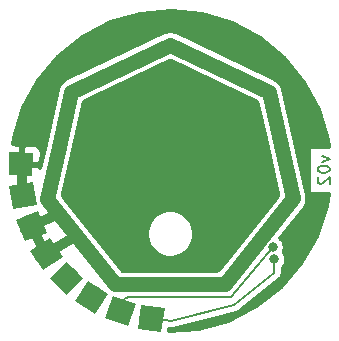
<source format=gbr>
G04 #@! TF.GenerationSoftware,KiCad,Pcbnew,no-vcs-found-5013ea2~58~ubuntu16.04.1*
G04 #@! TF.CreationDate,2017-05-17T13:22:10-06:00*
G04 #@! TF.ProjectId,HiBeam_8-pack_v02,48694265616D5F382D7061636B5F7630,rev?*
G04 #@! TF.FileFunction,Copper,L2,Bot,Signal*
G04 #@! TF.FilePolarity,Positive*
%FSLAX46Y46*%
G04 Gerber Fmt 4.6, Leading zero omitted, Abs format (unit mm)*
G04 Created by KiCad (PCBNEW no-vcs-found-5013ea2~58~ubuntu16.04.1) date Wed May 17 13:22:10 2017*
%MOMM*%
%LPD*%
G01*
G04 APERTURE LIST*
%ADD10C,0.100000*%
%ADD11C,0.203200*%
%ADD12C,2.000000*%
%ADD13C,0.800000*%
%ADD14C,0.812800*%
%ADD15C,0.609600*%
%ADD16C,1.270000*%
%ADD17C,0.254000*%
G04 APERTURE END LIST*
D10*
D11*
X159522885Y-96555076D02*
X160200219Y-96796980D01*
X159522885Y-97038885D01*
X159184219Y-97619457D02*
X159184219Y-97716219D01*
X159232600Y-97812980D01*
X159280980Y-97861361D01*
X159377742Y-97909742D01*
X159571266Y-97958123D01*
X159813171Y-97958123D01*
X160006695Y-97909742D01*
X160103457Y-97861361D01*
X160151838Y-97812980D01*
X160200219Y-97716219D01*
X160200219Y-97619457D01*
X160151838Y-97522695D01*
X160103457Y-97474314D01*
X160006695Y-97425933D01*
X159813171Y-97377552D01*
X159571266Y-97377552D01*
X159377742Y-97425933D01*
X159280980Y-97474314D01*
X159232600Y-97522695D01*
X159184219Y-97619457D01*
X159280980Y-98345171D02*
X159232600Y-98393552D01*
X159184219Y-98490314D01*
X159184219Y-98732219D01*
X159232600Y-98828980D01*
X159280980Y-98877361D01*
X159377742Y-98925742D01*
X159474504Y-98925742D01*
X159619647Y-98877361D01*
X160200219Y-98296790D01*
X160200219Y-98925742D01*
D12*
X142494000Y-109702600D03*
D10*
G36*
X141212287Y-110300272D02*
X141896328Y-108420887D01*
X143775713Y-109104928D01*
X143091672Y-110984313D01*
X141212287Y-110300272D01*
X141212287Y-110300272D01*
G37*
D12*
X145110200Y-110312200D03*
D10*
G36*
X143980759Y-111163295D02*
X144259105Y-109182759D01*
X146239641Y-109461105D01*
X145961295Y-111441641D01*
X143980759Y-111163295D01*
X143980759Y-111163295D01*
G37*
D12*
X136220200Y-104851200D03*
D10*
G36*
X134831970Y-104581355D02*
X136490045Y-103462970D01*
X137608430Y-105121045D01*
X135950355Y-106239430D01*
X134831970Y-104581355D01*
X134831970Y-104581355D01*
G37*
D12*
X134239000Y-99898200D03*
D10*
G36*
X133080544Y-99087040D02*
X135050160Y-98739744D01*
X135397456Y-100709360D01*
X133427840Y-101056656D01*
X133080544Y-99087040D01*
X133080544Y-99087040D01*
G37*
D12*
X137947400Y-106908600D03*
D10*
G36*
X136533402Y-106933281D02*
X137922719Y-105494602D01*
X139361398Y-106883919D01*
X137972081Y-108322598D01*
X136533402Y-106933281D01*
X136533402Y-106933281D01*
G37*
D12*
X140055600Y-108534200D03*
D10*
G36*
X138677633Y-108852329D02*
X139737471Y-107156233D01*
X141433567Y-108216071D01*
X140373729Y-109912167D01*
X138677633Y-108852329D01*
X138677633Y-108852329D01*
G37*
D12*
X134950200Y-102489000D03*
D10*
G36*
X133648410Y-101936423D02*
X135502777Y-101187210D01*
X136251990Y-103041577D01*
X134397623Y-103790790D01*
X133648410Y-101936423D01*
X133648410Y-101936423D01*
G37*
D12*
X134061200Y-97231200D03*
D10*
G36*
X133096709Y-96196910D02*
X135095490Y-96266709D01*
X135025691Y-98265490D01*
X133026910Y-98195691D01*
X133096709Y-96196910D01*
X133096709Y-96196910D01*
G37*
D13*
X137236200Y-95783400D03*
X142062200Y-107365800D03*
X151282400Y-107340400D03*
X157022800Y-100152200D03*
X155016200Y-91135200D03*
X146685000Y-87172800D03*
X138353800Y-91135200D03*
X134264400Y-100101400D03*
X150825200Y-96062800D03*
X138074400Y-99669600D03*
X143408400Y-105841800D03*
X150952200Y-105257600D03*
X155270200Y-99034600D03*
X153085800Y-91922600D03*
X146151600Y-89103200D03*
X139598400Y-92710000D03*
X155422600Y-104267000D03*
X155524200Y-105308400D03*
X137769600Y-106578400D03*
X140639800Y-108559600D03*
D14*
X134950200Y-102489000D02*
X137313737Y-101481021D01*
X136220200Y-104851200D02*
X134950200Y-102489000D01*
X136220200Y-104851200D02*
X138762059Y-103291423D01*
X138762059Y-103291423D02*
X138633200Y-103327200D01*
X138633200Y-103327200D02*
X138633200Y-103130350D01*
D15*
X137236200Y-95783400D02*
X137266446Y-95790263D01*
X137266446Y-95790263D02*
X137266446Y-95790264D01*
D16*
X146685000Y-87122000D02*
X146704745Y-87131422D01*
X146704745Y-87131422D02*
X155030784Y-91104639D01*
X155030784Y-91104639D02*
X155041600Y-91109800D01*
X155041600Y-91109800D02*
X157099000Y-100152200D01*
X157099000Y-100152200D02*
X151338238Y-107384875D01*
X151338238Y-107384875D02*
X151333200Y-107391200D01*
X151333200Y-107391200D02*
X142062339Y-107416600D01*
X142062339Y-107416600D02*
X142062200Y-107416600D01*
X142062200Y-107416600D02*
X138633200Y-103130350D01*
X138633200Y-103130350D02*
X137313737Y-101481021D01*
X137313737Y-101481021D02*
X136288346Y-100199282D01*
X136288346Y-100199282D02*
X136271000Y-100177600D01*
X136271000Y-100177600D02*
X137266446Y-95790264D01*
X137266446Y-95790264D02*
X138324163Y-91128474D01*
X138324163Y-91128474D02*
X138328400Y-91109800D01*
X138328400Y-91109800D02*
X146685000Y-87122000D01*
D15*
X142062200Y-107365800D02*
X142062339Y-107416600D01*
X151282400Y-107340400D02*
X151338238Y-107384875D01*
X157022800Y-100152200D02*
X157095249Y-100135716D01*
X157095249Y-100135716D02*
X157099000Y-100152200D01*
X155016200Y-91135200D02*
X155030784Y-91104639D01*
X146685000Y-87172800D02*
X146704745Y-87131423D01*
X146704745Y-87131423D02*
X146704745Y-87131422D01*
X138353800Y-91135200D02*
X138324163Y-91128476D01*
X138324163Y-91128476D02*
X138324163Y-91128474D01*
D14*
X134264400Y-100101400D02*
X134061200Y-97231200D01*
D15*
X150825200Y-96062800D02*
X154295146Y-95117144D01*
X154295146Y-95117144D02*
X154381200Y-95097600D01*
X154381200Y-95097600D02*
X154381200Y-95496039D01*
D16*
X138074400Y-99669600D02*
X138294062Y-100083165D01*
D15*
X143408400Y-105841800D02*
X143408400Y-105765600D01*
X150952200Y-105257600D02*
X150937260Y-105245622D01*
X155270200Y-99034600D02*
X155189059Y-99053029D01*
X155189059Y-99053029D02*
X155189059Y-99053030D01*
X153085800Y-91922600D02*
X153061950Y-91972107D01*
X146151600Y-89103200D02*
X146685000Y-88900000D01*
X139598400Y-92710000D02*
X139620425Y-92715002D01*
X139620425Y-92715002D02*
X139620425Y-92715003D01*
D16*
X146685000Y-88900000D02*
X153061950Y-91972107D01*
X153061950Y-91972107D02*
X153644600Y-92252800D01*
X153644600Y-92252800D02*
X154381200Y-95496039D01*
X154381200Y-95496039D02*
X155189059Y-99053030D01*
X155189059Y-99053030D02*
X155346400Y-99745800D01*
X155346400Y-99745800D02*
X150937260Y-105245622D01*
X150937260Y-105245622D02*
X150520400Y-105765600D01*
X150520400Y-105765600D02*
X143408400Y-105765600D01*
X143408400Y-105765600D02*
X142849600Y-105765600D01*
X142849600Y-105765600D02*
X138294062Y-100083165D01*
X138294062Y-100083165D02*
X138035996Y-99761262D01*
X138035996Y-99761262D02*
X138023600Y-99745800D01*
X138023600Y-99745800D02*
X139620425Y-92715003D01*
X139620425Y-92715003D02*
X139725400Y-92252800D01*
X139725400Y-92252800D02*
X146685000Y-88900000D01*
D11*
X142494000Y-109702600D02*
X142900400Y-108610400D01*
X142900400Y-108610400D02*
X143281400Y-108458000D01*
X143281400Y-108458000D02*
X151815800Y-108458000D01*
X151815800Y-108458000D02*
X155422600Y-104267000D01*
X155524200Y-105308400D02*
X155524200Y-106451400D01*
X155524200Y-106451400D02*
X152139999Y-109170707D01*
X146786600Y-110515400D02*
X152139999Y-109170707D01*
X152139999Y-109170707D02*
X152146000Y-109169200D01*
X145110200Y-110312200D02*
X146786600Y-110515400D01*
X137769600Y-106578400D02*
X137947400Y-106908600D01*
X140639800Y-108559600D02*
X140055600Y-108534200D01*
D17*
G36*
X149424482Y-84444285D02*
X151964505Y-85230554D01*
X154303433Y-86495208D01*
X156352178Y-88190077D01*
X158032703Y-90250604D01*
X159280998Y-92598304D01*
X160049514Y-95143755D01*
X160113892Y-95800333D01*
X158450280Y-95800333D01*
X158450280Y-99728866D01*
X160106789Y-99728866D01*
X159970416Y-100808373D01*
X159131126Y-103331372D01*
X157817767Y-105643303D01*
X156080364Y-107656104D01*
X153985094Y-109293108D01*
X151611766Y-110491962D01*
X149050779Y-111207002D01*
X146481965Y-111404662D01*
X146525097Y-111097764D01*
X146713246Y-111120570D01*
X146761112Y-111121666D01*
X146808939Y-111124591D01*
X146820515Y-111123026D01*
X146832187Y-111123293D01*
X146879360Y-111115070D01*
X146926840Y-111108650D01*
X146935109Y-111106634D01*
X152288508Y-109761941D01*
X152288511Y-109761940D01*
X152294475Y-109760442D01*
X152299465Y-109758656D01*
X152303758Y-109757900D01*
X152330196Y-109747654D01*
X152406487Y-109720343D01*
X152508577Y-109659251D01*
X152535519Y-109634909D01*
X155906036Y-106926598D01*
X155927403Y-106905687D01*
X155950715Y-106886943D01*
X155969825Y-106864168D01*
X155991064Y-106843382D01*
X156007965Y-106818714D01*
X156027189Y-106795804D01*
X156041509Y-106769756D01*
X156058309Y-106745236D01*
X156070098Y-106717754D01*
X156084505Y-106691547D01*
X156093493Y-106663213D01*
X156105210Y-106635898D01*
X156111436Y-106606650D01*
X156120479Y-106578143D01*
X156123792Y-106548604D01*
X156129981Y-106519532D01*
X156130407Y-106489631D01*
X156133741Y-106459911D01*
X156133800Y-106451400D01*
X156133800Y-105981784D01*
X156214877Y-105904576D01*
X156317521Y-105759069D01*
X156389948Y-105596396D01*
X156429399Y-105422753D01*
X156432239Y-105219366D01*
X156397652Y-105044689D01*
X156329795Y-104880057D01*
X156231254Y-104731741D01*
X156216342Y-104716724D01*
X156288348Y-104554996D01*
X156327799Y-104381353D01*
X156330639Y-104177966D01*
X156296052Y-104003289D01*
X156228195Y-103838657D01*
X156129654Y-103690341D01*
X156004181Y-103563989D01*
X155899195Y-103493175D01*
X157993061Y-100864312D01*
X158024294Y-100816102D01*
X158059964Y-100771068D01*
X158084794Y-100722716D01*
X158114351Y-100677093D01*
X158135627Y-100623729D01*
X158161868Y-100572629D01*
X158176836Y-100520369D01*
X158196965Y-100469880D01*
X158207469Y-100413409D01*
X158223288Y-100358177D01*
X158227820Y-100304007D01*
X158237760Y-100250567D01*
X158237095Y-100193126D01*
X158241884Y-100135879D01*
X158235807Y-100081857D01*
X158235178Y-100027507D01*
X158223370Y-99971295D01*
X158216948Y-99914203D01*
X158213515Y-99898617D01*
X156156115Y-90856216D01*
X156136966Y-90798712D01*
X156123032Y-90739728D01*
X156101810Y-90693143D01*
X156085635Y-90644569D01*
X156055679Y-90591875D01*
X156030555Y-90536724D01*
X156000689Y-90495148D01*
X155975388Y-90450642D01*
X155935774Y-90404778D01*
X155900411Y-90355549D01*
X155863031Y-90320559D01*
X155829572Y-90281821D01*
X155781806Y-90244527D01*
X155737553Y-90203103D01*
X155694088Y-90176039D01*
X155653743Y-90144539D01*
X155599645Y-90117234D01*
X155548187Y-90085193D01*
X155533832Y-90078220D01*
X155523016Y-90073059D01*
X147197011Y-86099859D01*
X147196995Y-86099851D01*
X147177249Y-86090429D01*
X147126367Y-86072000D01*
X147077603Y-86048543D01*
X147021754Y-86034111D01*
X146967508Y-86014463D01*
X146914014Y-86006268D01*
X146861623Y-85992729D01*
X146804030Y-85989419D01*
X146747006Y-85980683D01*
X146692943Y-85983034D01*
X146638917Y-85979929D01*
X146581780Y-85987868D01*
X146524142Y-85990375D01*
X146471561Y-86003184D01*
X146417965Y-86010631D01*
X146363454Y-86029519D01*
X146307405Y-86043172D01*
X146258321Y-86065946D01*
X146207185Y-86083664D01*
X146192734Y-86090437D01*
X137836134Y-90078236D01*
X137783961Y-90109722D01*
X137729205Y-90136448D01*
X137688699Y-90167212D01*
X137645144Y-90193497D01*
X137600085Y-90234514D01*
X137551558Y-90271369D01*
X137517792Y-90309423D01*
X137480180Y-90343660D01*
X137443949Y-90392642D01*
X137403501Y-90438226D01*
X137377772Y-90482109D01*
X137347522Y-90523005D01*
X137321492Y-90578098D01*
X137290673Y-90630663D01*
X137273956Y-90678711D01*
X137252228Y-90724700D01*
X137237398Y-90783789D01*
X137217371Y-90841350D01*
X137213732Y-90856889D01*
X137209511Y-90875492D01*
X137209494Y-90875566D01*
X136151777Y-95537356D01*
X135684415Y-97597212D01*
X135685231Y-97573837D01*
X135532118Y-97409643D01*
X134183690Y-97362555D01*
X134148727Y-98363763D01*
X134107722Y-98422324D01*
X134140242Y-98606753D01*
X134136602Y-98710983D01*
X134163755Y-98740101D01*
X134342017Y-99751076D01*
X134361713Y-99747603D01*
X134405820Y-99997744D01*
X134386124Y-100001217D01*
X134389597Y-100020913D01*
X134139456Y-100065020D01*
X134135983Y-100045324D01*
X134116287Y-100048797D01*
X134072180Y-99798656D01*
X134091876Y-99795183D01*
X133885465Y-98624569D01*
X133929845Y-97353690D01*
X133909857Y-97352992D01*
X133918388Y-97108710D01*
X134192555Y-97108710D01*
X135540983Y-97155798D01*
X135705177Y-97002685D01*
X135732286Y-96226366D01*
X135712180Y-96102908D01*
X135668375Y-95985746D01*
X135602554Y-95879380D01*
X135517246Y-95787899D01*
X135415731Y-95714819D01*
X135301910Y-95662948D01*
X135180155Y-95634278D01*
X135055148Y-95629913D01*
X134403837Y-95607169D01*
X134239643Y-95760282D01*
X134192555Y-97108710D01*
X133918388Y-97108710D01*
X133918722Y-97099147D01*
X133938710Y-97099845D01*
X133985798Y-95751417D01*
X133832685Y-95587223D01*
X133290216Y-95568280D01*
X133358736Y-94957415D01*
X134162718Y-92422943D01*
X135443669Y-90092900D01*
X137152800Y-88056038D01*
X139225009Y-86389939D01*
X141581367Y-85158065D01*
X144132121Y-84407337D01*
X146780113Y-84166351D01*
X149424482Y-84444285D01*
X149424482Y-84444285D01*
G37*
X149424482Y-84444285D02*
X151964505Y-85230554D01*
X154303433Y-86495208D01*
X156352178Y-88190077D01*
X158032703Y-90250604D01*
X159280998Y-92598304D01*
X160049514Y-95143755D01*
X160113892Y-95800333D01*
X158450280Y-95800333D01*
X158450280Y-99728866D01*
X160106789Y-99728866D01*
X159970416Y-100808373D01*
X159131126Y-103331372D01*
X157817767Y-105643303D01*
X156080364Y-107656104D01*
X153985094Y-109293108D01*
X151611766Y-110491962D01*
X149050779Y-111207002D01*
X146481965Y-111404662D01*
X146525097Y-111097764D01*
X146713246Y-111120570D01*
X146761112Y-111121666D01*
X146808939Y-111124591D01*
X146820515Y-111123026D01*
X146832187Y-111123293D01*
X146879360Y-111115070D01*
X146926840Y-111108650D01*
X146935109Y-111106634D01*
X152288508Y-109761941D01*
X152288511Y-109761940D01*
X152294475Y-109760442D01*
X152299465Y-109758656D01*
X152303758Y-109757900D01*
X152330196Y-109747654D01*
X152406487Y-109720343D01*
X152508577Y-109659251D01*
X152535519Y-109634909D01*
X155906036Y-106926598D01*
X155927403Y-106905687D01*
X155950715Y-106886943D01*
X155969825Y-106864168D01*
X155991064Y-106843382D01*
X156007965Y-106818714D01*
X156027189Y-106795804D01*
X156041509Y-106769756D01*
X156058309Y-106745236D01*
X156070098Y-106717754D01*
X156084505Y-106691547D01*
X156093493Y-106663213D01*
X156105210Y-106635898D01*
X156111436Y-106606650D01*
X156120479Y-106578143D01*
X156123792Y-106548604D01*
X156129981Y-106519532D01*
X156130407Y-106489631D01*
X156133741Y-106459911D01*
X156133800Y-106451400D01*
X156133800Y-105981784D01*
X156214877Y-105904576D01*
X156317521Y-105759069D01*
X156389948Y-105596396D01*
X156429399Y-105422753D01*
X156432239Y-105219366D01*
X156397652Y-105044689D01*
X156329795Y-104880057D01*
X156231254Y-104731741D01*
X156216342Y-104716724D01*
X156288348Y-104554996D01*
X156327799Y-104381353D01*
X156330639Y-104177966D01*
X156296052Y-104003289D01*
X156228195Y-103838657D01*
X156129654Y-103690341D01*
X156004181Y-103563989D01*
X155899195Y-103493175D01*
X157993061Y-100864312D01*
X158024294Y-100816102D01*
X158059964Y-100771068D01*
X158084794Y-100722716D01*
X158114351Y-100677093D01*
X158135627Y-100623729D01*
X158161868Y-100572629D01*
X158176836Y-100520369D01*
X158196965Y-100469880D01*
X158207469Y-100413409D01*
X158223288Y-100358177D01*
X158227820Y-100304007D01*
X158237760Y-100250567D01*
X158237095Y-100193126D01*
X158241884Y-100135879D01*
X158235807Y-100081857D01*
X158235178Y-100027507D01*
X158223370Y-99971295D01*
X158216948Y-99914203D01*
X158213515Y-99898617D01*
X156156115Y-90856216D01*
X156136966Y-90798712D01*
X156123032Y-90739728D01*
X156101810Y-90693143D01*
X156085635Y-90644569D01*
X156055679Y-90591875D01*
X156030555Y-90536724D01*
X156000689Y-90495148D01*
X155975388Y-90450642D01*
X155935774Y-90404778D01*
X155900411Y-90355549D01*
X155863031Y-90320559D01*
X155829572Y-90281821D01*
X155781806Y-90244527D01*
X155737553Y-90203103D01*
X155694088Y-90176039D01*
X155653743Y-90144539D01*
X155599645Y-90117234D01*
X155548187Y-90085193D01*
X155533832Y-90078220D01*
X155523016Y-90073059D01*
X147197011Y-86099859D01*
X147196995Y-86099851D01*
X147177249Y-86090429D01*
X147126367Y-86072000D01*
X147077603Y-86048543D01*
X147021754Y-86034111D01*
X146967508Y-86014463D01*
X146914014Y-86006268D01*
X146861623Y-85992729D01*
X146804030Y-85989419D01*
X146747006Y-85980683D01*
X146692943Y-85983034D01*
X146638917Y-85979929D01*
X146581780Y-85987868D01*
X146524142Y-85990375D01*
X146471561Y-86003184D01*
X146417965Y-86010631D01*
X146363454Y-86029519D01*
X146307405Y-86043172D01*
X146258321Y-86065946D01*
X146207185Y-86083664D01*
X146192734Y-86090437D01*
X137836134Y-90078236D01*
X137783961Y-90109722D01*
X137729205Y-90136448D01*
X137688699Y-90167212D01*
X137645144Y-90193497D01*
X137600085Y-90234514D01*
X137551558Y-90271369D01*
X137517792Y-90309423D01*
X137480180Y-90343660D01*
X137443949Y-90392642D01*
X137403501Y-90438226D01*
X137377772Y-90482109D01*
X137347522Y-90523005D01*
X137321492Y-90578098D01*
X137290673Y-90630663D01*
X137273956Y-90678711D01*
X137252228Y-90724700D01*
X137237398Y-90783789D01*
X137217371Y-90841350D01*
X137213732Y-90856889D01*
X137209511Y-90875492D01*
X137209494Y-90875566D01*
X136151777Y-95537356D01*
X135684415Y-97597212D01*
X135685231Y-97573837D01*
X135532118Y-97409643D01*
X134183690Y-97362555D01*
X134148727Y-98363763D01*
X134107722Y-98422324D01*
X134140242Y-98606753D01*
X134136602Y-98710983D01*
X134163755Y-98740101D01*
X134342017Y-99751076D01*
X134361713Y-99747603D01*
X134405820Y-99997744D01*
X134386124Y-100001217D01*
X134389597Y-100020913D01*
X134139456Y-100065020D01*
X134135983Y-100045324D01*
X134116287Y-100048797D01*
X134072180Y-99798656D01*
X134091876Y-99795183D01*
X133885465Y-98624569D01*
X133929845Y-97353690D01*
X133909857Y-97352992D01*
X133918388Y-97108710D01*
X134192555Y-97108710D01*
X135540983Y-97155798D01*
X135705177Y-97002685D01*
X135732286Y-96226366D01*
X135712180Y-96102908D01*
X135668375Y-95985746D01*
X135602554Y-95879380D01*
X135517246Y-95787899D01*
X135415731Y-95714819D01*
X135301910Y-95662948D01*
X135180155Y-95634278D01*
X135055148Y-95629913D01*
X134403837Y-95607169D01*
X134239643Y-95760282D01*
X134192555Y-97108710D01*
X133918388Y-97108710D01*
X133918722Y-97099147D01*
X133938710Y-97099845D01*
X133985798Y-95751417D01*
X133832685Y-95587223D01*
X133290216Y-95568280D01*
X133358736Y-94957415D01*
X134162718Y-92422943D01*
X135443669Y-90092900D01*
X137152800Y-88056038D01*
X139225009Y-86389939D01*
X141581367Y-85158065D01*
X144132121Y-84407337D01*
X146780113Y-84166351D01*
X149424482Y-84444285D01*
G36*
X154049866Y-91903016D02*
X155862565Y-99869940D01*
X150781137Y-106249708D01*
X142610350Y-106272094D01*
X140224288Y-103289517D01*
X144713912Y-103289517D01*
X144783600Y-103669218D01*
X144925712Y-104028151D01*
X145134835Y-104352646D01*
X145403003Y-104630342D01*
X145720001Y-104850662D01*
X146073757Y-105005214D01*
X146450794Y-105088111D01*
X146836752Y-105096195D01*
X147216930Y-105029160D01*
X147576847Y-104889557D01*
X147902794Y-104682705D01*
X148182355Y-104416482D01*
X148404883Y-104101029D01*
X148561900Y-103748362D01*
X148647428Y-103371912D01*
X148653585Y-102930979D01*
X148578602Y-102552288D01*
X148431492Y-102195374D01*
X148217860Y-101873830D01*
X147945841Y-101599906D01*
X147625797Y-101384033D01*
X147269918Y-101234436D01*
X146891760Y-101156811D01*
X146505726Y-101154116D01*
X146126522Y-101226453D01*
X145768589Y-101371067D01*
X145445562Y-101582450D01*
X145169745Y-101852550D01*
X144951643Y-102171079D01*
X144799565Y-102525905D01*
X144719302Y-102903512D01*
X144713912Y-103289517D01*
X140224288Y-103289517D01*
X139525733Y-102416324D01*
X138206270Y-100766995D01*
X137507503Y-99893536D01*
X138381115Y-96043172D01*
X139320520Y-91902832D01*
X146685001Y-88388474D01*
X154049866Y-91903016D01*
X154049866Y-91903016D01*
G37*
X154049866Y-91903016D02*
X155862565Y-99869940D01*
X150781137Y-106249708D01*
X142610350Y-106272094D01*
X140224288Y-103289517D01*
X144713912Y-103289517D01*
X144783600Y-103669218D01*
X144925712Y-104028151D01*
X145134835Y-104352646D01*
X145403003Y-104630342D01*
X145720001Y-104850662D01*
X146073757Y-105005214D01*
X146450794Y-105088111D01*
X146836752Y-105096195D01*
X147216930Y-105029160D01*
X147576847Y-104889557D01*
X147902794Y-104682705D01*
X148182355Y-104416482D01*
X148404883Y-104101029D01*
X148561900Y-103748362D01*
X148647428Y-103371912D01*
X148653585Y-102930979D01*
X148578602Y-102552288D01*
X148431492Y-102195374D01*
X148217860Y-101873830D01*
X147945841Y-101599906D01*
X147625797Y-101384033D01*
X147269918Y-101234436D01*
X146891760Y-101156811D01*
X146505726Y-101154116D01*
X146126522Y-101226453D01*
X145768589Y-101371067D01*
X145445562Y-101582450D01*
X145169745Y-101852550D01*
X144951643Y-102171079D01*
X144799565Y-102525905D01*
X144719302Y-102903512D01*
X144713912Y-103289517D01*
X140224288Y-103289517D01*
X139525733Y-102416324D01*
X138206270Y-100766995D01*
X137507503Y-99893536D01*
X138381115Y-96043172D01*
X139320520Y-91902832D01*
X146685001Y-88388474D01*
X154049866Y-91903016D01*
M02*

</source>
